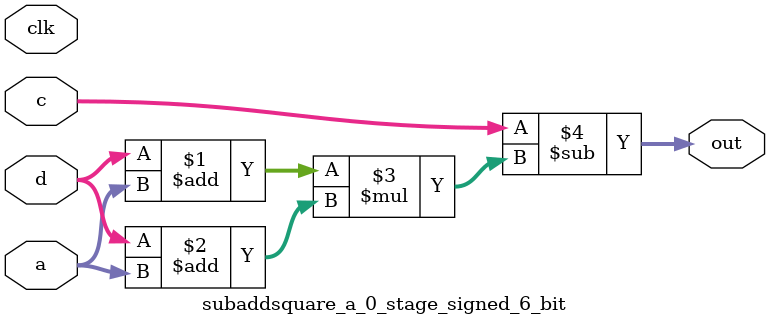
<source format=sv>
(* use_dsp = "yes" *) module subaddsquare_a_0_stage_signed_6_bit(
	input signed [5:0] a,
	input signed [5:0] c,
	input signed [5:0] d,
	output [5:0] out,
	input clk);

	assign out = c - ((d + a) * (d + a));
endmodule

</source>
